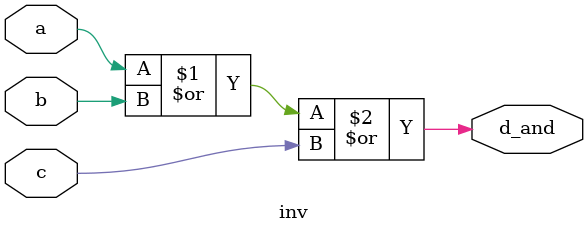
<source format=v>
`timescale 1ns / 1ps


module inv(
    input a,
    input b,
    input c,
    output d_and
    );
    or(d_and,a,b,c);
endmodule
</source>
